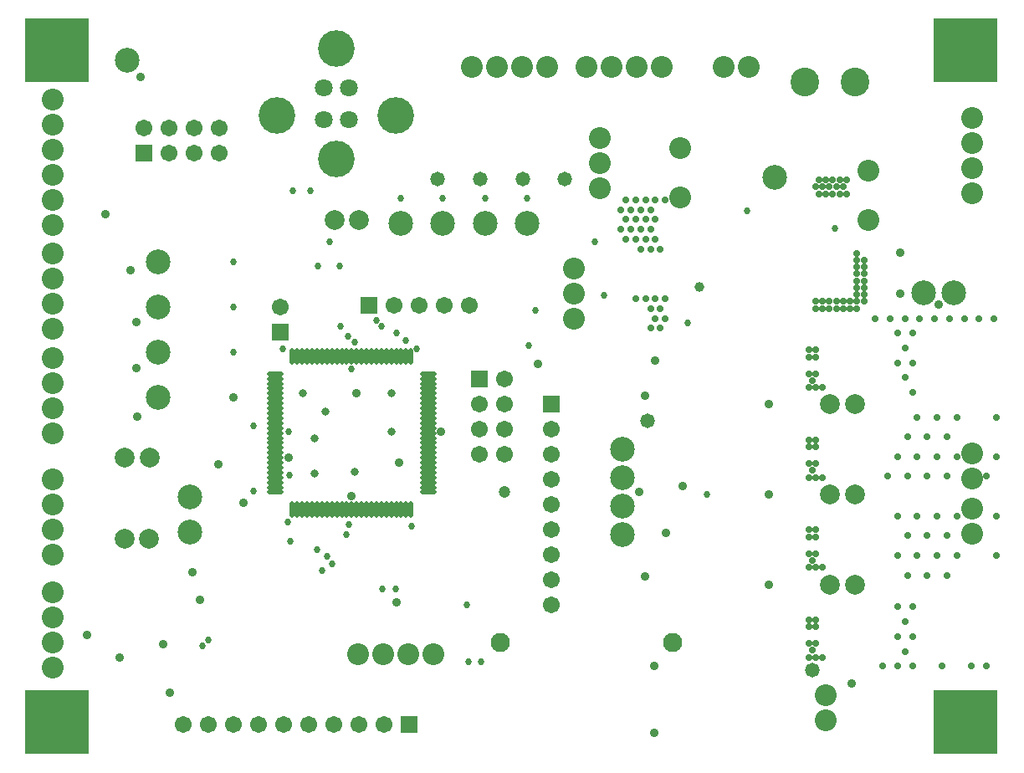
<source format=gts>
G04*
G04 #@! TF.GenerationSoftware,Altium Limited,Altium Designer,22.8.2 (66)*
G04*
G04 Layer_Color=8388736*
%FSLAX44Y44*%
%MOMM*%
G71*
G04*
G04 #@! TF.SameCoordinates,5F540E87-1B0C-4F24-9FDC-59AD78F45D3A*
G04*
G04*
G04 #@! TF.FilePolarity,Negative*
G04*
G01*
G75*
%ADD18O,0.5032X1.6532*%
%ADD19O,1.6532X0.5032*%
%ADD20C,2.5032*%
%ADD21C,2.2032*%
%ADD22C,2.0032*%
%ADD23R,1.7032X1.7032*%
%ADD24C,1.7032*%
%ADD25R,1.7032X1.7032*%
%ADD26C,1.9532*%
%ADD27C,2.9032*%
%ADD28C,3.7032*%
%ADD29C,1.8032*%
%ADD30R,6.5532X6.5532*%
%ADD31C,0.7032*%
%ADD32C,0.9032*%
%ADD33C,0.8032*%
%ADD34C,1.2032*%
%ADD35C,0.6932*%
%ADD36C,1.0032*%
%ADD37C,1.4732*%
D18*
X782560Y646650D02*
D03*
X777560D02*
D03*
X767560D02*
D03*
X772560D02*
D03*
X762560D02*
D03*
X802560D02*
D03*
X807560D02*
D03*
X812560D02*
D03*
X857560D02*
D03*
X852560D02*
D03*
X847560D02*
D03*
X842560D02*
D03*
X837560D02*
D03*
X832560D02*
D03*
X827560D02*
D03*
X822560D02*
D03*
X817560D02*
D03*
X797560D02*
D03*
X792560D02*
D03*
X787560D02*
D03*
X757560D02*
D03*
X752560D02*
D03*
X747560D02*
D03*
X742560D02*
D03*
X737560D02*
D03*
Y801150D02*
D03*
X742560D02*
D03*
X747560D02*
D03*
X752560D02*
D03*
X757560D02*
D03*
X762560D02*
D03*
X767560D02*
D03*
X772560D02*
D03*
X777560D02*
D03*
X782560D02*
D03*
X787560D02*
D03*
X792560D02*
D03*
X797560D02*
D03*
X802560D02*
D03*
X807560D02*
D03*
X812560D02*
D03*
X817560D02*
D03*
X822560D02*
D03*
X827560D02*
D03*
X832560D02*
D03*
X837560D02*
D03*
X842560D02*
D03*
X847560D02*
D03*
X852560D02*
D03*
X857560D02*
D03*
D19*
X720310Y663900D02*
D03*
Y668900D02*
D03*
Y673900D02*
D03*
Y678900D02*
D03*
Y683900D02*
D03*
Y688900D02*
D03*
Y693900D02*
D03*
Y698900D02*
D03*
Y703900D02*
D03*
Y708900D02*
D03*
Y713900D02*
D03*
Y718900D02*
D03*
Y723900D02*
D03*
Y728900D02*
D03*
Y733900D02*
D03*
Y738900D02*
D03*
Y743900D02*
D03*
Y748900D02*
D03*
Y753900D02*
D03*
Y758900D02*
D03*
Y763900D02*
D03*
Y768900D02*
D03*
Y773900D02*
D03*
Y778900D02*
D03*
Y783900D02*
D03*
X874810D02*
D03*
Y778900D02*
D03*
Y773900D02*
D03*
Y768900D02*
D03*
Y763900D02*
D03*
Y758900D02*
D03*
Y753900D02*
D03*
Y748900D02*
D03*
Y743900D02*
D03*
Y738900D02*
D03*
Y733900D02*
D03*
Y728900D02*
D03*
Y723900D02*
D03*
Y718900D02*
D03*
Y713900D02*
D03*
Y708900D02*
D03*
Y703900D02*
D03*
Y698900D02*
D03*
Y693900D02*
D03*
Y688900D02*
D03*
Y683900D02*
D03*
Y678900D02*
D03*
Y673900D02*
D03*
Y668900D02*
D03*
Y663900D02*
D03*
D20*
X601980Y759940D02*
D03*
X847090Y935910D02*
D03*
X975360D02*
D03*
X932603D02*
D03*
X889847D02*
D03*
X570230Y1101090D02*
D03*
X1225360Y982990D02*
D03*
X1407160Y866140D02*
D03*
X1376680D02*
D03*
X1071800Y707390D02*
D03*
Y621030D02*
D03*
Y649817D02*
D03*
Y678603D02*
D03*
X633730Y659130D02*
D03*
Y623570D02*
D03*
X601980Y897100D02*
D03*
Y851380D02*
D03*
Y805660D02*
D03*
D21*
X1174120Y1094740D02*
D03*
X1199520D02*
D03*
X494670Y829400D02*
D03*
Y854800D02*
D03*
Y774790D02*
D03*
Y800190D02*
D03*
Y723990D02*
D03*
Y749390D02*
D03*
X1425702Y966724D02*
D03*
Y992124D02*
D03*
Y1017524D02*
D03*
Y1042924D02*
D03*
X1129919Y1012520D02*
D03*
Y962520D02*
D03*
X918850Y1094740D02*
D03*
X944250D02*
D03*
X969650D02*
D03*
X995050D02*
D03*
X1060450D02*
D03*
X1035050D02*
D03*
X1085850D02*
D03*
X1111250D02*
D03*
X1320800Y939330D02*
D03*
Y989330D02*
D03*
X1049020Y1022350D02*
D03*
Y996950D02*
D03*
Y971550D02*
D03*
X1022350Y890270D02*
D03*
Y864870D02*
D03*
Y839470D02*
D03*
X1277620Y458470D02*
D03*
Y433070D02*
D03*
X494670Y905600D02*
D03*
Y880200D02*
D03*
Y486500D02*
D03*
Y511900D02*
D03*
Y537300D02*
D03*
Y562700D02*
D03*
Y600800D02*
D03*
Y626200D02*
D03*
Y651600D02*
D03*
Y677000D02*
D03*
X879950Y500380D02*
D03*
X854550D02*
D03*
X829150D02*
D03*
X803750D02*
D03*
X1425580Y622390D02*
D03*
Y647790D02*
D03*
Y678270D02*
D03*
Y703670D02*
D03*
X494670Y934810D02*
D03*
Y1061810D02*
D03*
Y1036410D02*
D03*
Y1011010D02*
D03*
Y985610D02*
D03*
Y960210D02*
D03*
D22*
X567830Y698900D02*
D03*
X592830D02*
D03*
X592610Y617220D02*
D03*
X567610D02*
D03*
X1306830Y661670D02*
D03*
X1281830D02*
D03*
X1306830Y570230D02*
D03*
X1281830D02*
D03*
X1306830Y753111D02*
D03*
X1281830D02*
D03*
X779980Y939800D02*
D03*
X804980D02*
D03*
D23*
X999490Y753110D02*
D03*
X927100Y778510D02*
D03*
X725170Y826382D02*
D03*
D24*
X999490Y702310D02*
D03*
Y676910D02*
D03*
Y651510D02*
D03*
Y626110D02*
D03*
Y600710D02*
D03*
Y575310D02*
D03*
Y549910D02*
D03*
Y727710D02*
D03*
X587380Y1032600D02*
D03*
X612780Y1007200D02*
D03*
Y1032600D02*
D03*
X638180Y1007200D02*
D03*
Y1032600D02*
D03*
X663580Y1007200D02*
D03*
Y1032600D02*
D03*
X952500Y778510D02*
D03*
X927100Y753110D02*
D03*
X952500D02*
D03*
X927100Y727710D02*
D03*
X952500D02*
D03*
X927100Y702310D02*
D03*
X952500D02*
D03*
X840740Y853440D02*
D03*
X866140D02*
D03*
X891540D02*
D03*
X916940D02*
D03*
X725170Y851782D02*
D03*
X805180Y429260D02*
D03*
X627380D02*
D03*
X652780D02*
D03*
X678180D02*
D03*
X703580D02*
D03*
X728980D02*
D03*
X754380D02*
D03*
X779780D02*
D03*
X830580D02*
D03*
D25*
X587380Y1007200D02*
D03*
X815340Y853440D02*
D03*
X855980Y429260D02*
D03*
D26*
X947550Y511837D02*
D03*
X1122550D02*
D03*
D27*
X1256030Y1079240D02*
D03*
X1306830D02*
D03*
D28*
X782120Y1001450D02*
D03*
Y1113350D02*
D03*
X842270Y1045550D02*
D03*
X721970D02*
D03*
D29*
X794620Y1073150D02*
D03*
X769620D02*
D03*
Y1040950D02*
D03*
X794620D02*
D03*
D30*
X1419110Y431250D02*
D03*
Y1111250D02*
D03*
X499110Y431250D02*
D03*
Y1111250D02*
D03*
D31*
X1115001Y960001D02*
D03*
X1110001Y910001D02*
D03*
X1115001Y860001D02*
D03*
X1110001Y850001D02*
D03*
X1115001Y840001D02*
D03*
X1110001Y830000D02*
D03*
X1105001Y960001D02*
D03*
X1100001Y950001D02*
D03*
X1105001Y940001D02*
D03*
X1100001Y930001D02*
D03*
X1105001Y920001D02*
D03*
X1100001Y910001D02*
D03*
X1105001Y860001D02*
D03*
X1100001Y850001D02*
D03*
X1105001Y840001D02*
D03*
X1100001Y830000D02*
D03*
X1095001Y960001D02*
D03*
X1090001Y950001D02*
D03*
X1095001Y940001D02*
D03*
X1090001Y930001D02*
D03*
X1095001Y920001D02*
D03*
X1090001Y910001D02*
D03*
X1095001Y860001D02*
D03*
X1085001Y960001D02*
D03*
X1080001Y950001D02*
D03*
X1085001Y940001D02*
D03*
X1080001Y930001D02*
D03*
X1085001Y920001D02*
D03*
Y860001D02*
D03*
X1075001Y960001D02*
D03*
X1070001Y950001D02*
D03*
X1075001Y940001D02*
D03*
X1070001Y930001D02*
D03*
X1075001Y920001D02*
D03*
X1298502Y980002D02*
D03*
X1295002Y973002D02*
D03*
X1298502Y966002D02*
D03*
X1291502Y980002D02*
D03*
X1288002Y973002D02*
D03*
X1291502Y966002D02*
D03*
X1284502Y980002D02*
D03*
X1281002Y973002D02*
D03*
X1284502Y966002D02*
D03*
X1277502Y980002D02*
D03*
X1274002Y973002D02*
D03*
X1277502Y966002D02*
D03*
X1270502Y980002D02*
D03*
X1267002Y973002D02*
D03*
X1270502Y966002D02*
D03*
X1274002Y497001D02*
D03*
X1267002Y511001D02*
D03*
Y497001D02*
D03*
X1260002Y511001D02*
D03*
X1263502Y504001D02*
D03*
X1260002Y497001D02*
D03*
X1274002Y588001D02*
D03*
X1267002Y602001D02*
D03*
Y588001D02*
D03*
X1260002Y602001D02*
D03*
X1263502Y595001D02*
D03*
X1260002Y588001D02*
D03*
X1274002Y679001D02*
D03*
X1267002Y693001D02*
D03*
Y679001D02*
D03*
X1260002Y693001D02*
D03*
X1263502Y686001D02*
D03*
X1260002Y679001D02*
D03*
X1274002Y770001D02*
D03*
X1267002Y784001D02*
D03*
Y770001D02*
D03*
X1260002Y784001D02*
D03*
X1263502Y777001D02*
D03*
X1260002Y770001D02*
D03*
X1316002Y899001D02*
D03*
Y892001D02*
D03*
Y885001D02*
D03*
Y878001D02*
D03*
Y871001D02*
D03*
Y864001D02*
D03*
Y857001D02*
D03*
X1309002Y906002D02*
D03*
Y899001D02*
D03*
Y892001D02*
D03*
Y885001D02*
D03*
Y878001D02*
D03*
Y871001D02*
D03*
Y864001D02*
D03*
Y857001D02*
D03*
Y850001D02*
D03*
X1302002Y857001D02*
D03*
Y850001D02*
D03*
X1295002Y857001D02*
D03*
Y850001D02*
D03*
X1288002Y857001D02*
D03*
Y850001D02*
D03*
X1281002Y857001D02*
D03*
Y850001D02*
D03*
X1274002Y857001D02*
D03*
Y850001D02*
D03*
X1267002Y857001D02*
D03*
Y850001D02*
D03*
Y808001D02*
D03*
Y801001D02*
D03*
Y717001D02*
D03*
Y710001D02*
D03*
Y626001D02*
D03*
Y619001D02*
D03*
Y535001D02*
D03*
Y528001D02*
D03*
X1260002Y808001D02*
D03*
Y801001D02*
D03*
Y717001D02*
D03*
Y710001D02*
D03*
Y626001D02*
D03*
Y619001D02*
D03*
Y535001D02*
D03*
Y528001D02*
D03*
X1440000Y488000D02*
D03*
X1425000D02*
D03*
X1395000D02*
D03*
X1365000Y548000D02*
D03*
Y518000D02*
D03*
Y488000D02*
D03*
X1350000Y548000D02*
D03*
X1357500Y533000D02*
D03*
X1350000Y518000D02*
D03*
X1357500Y503000D02*
D03*
X1350000Y488000D02*
D03*
X1335000D02*
D03*
X1450001Y640000D02*
D03*
Y600000D02*
D03*
X1410001Y640000D02*
D03*
X1400001Y620000D02*
D03*
X1410001Y600000D02*
D03*
X1400001Y580000D02*
D03*
X1390001Y640000D02*
D03*
X1380001Y620000D02*
D03*
X1390001Y600000D02*
D03*
X1380001Y580000D02*
D03*
X1370001Y640000D02*
D03*
X1360001Y620000D02*
D03*
X1370001Y600000D02*
D03*
X1360001Y580000D02*
D03*
X1350001Y640000D02*
D03*
Y600000D02*
D03*
X1450001Y740000D02*
D03*
Y700000D02*
D03*
X1440001Y680000D02*
D03*
X1410001Y740000D02*
D03*
X1400001Y720000D02*
D03*
X1410001Y700000D02*
D03*
X1400001Y680000D02*
D03*
X1390001Y740000D02*
D03*
X1380001Y720000D02*
D03*
X1390001Y700000D02*
D03*
X1380001Y680000D02*
D03*
X1370001Y740000D02*
D03*
X1360001Y720000D02*
D03*
X1370001Y700000D02*
D03*
X1360001Y680000D02*
D03*
X1350001Y700000D02*
D03*
X1340001Y680000D02*
D03*
X1447500Y840000D02*
D03*
X1432500D02*
D03*
X1417500D02*
D03*
X1402500D02*
D03*
X1387500D02*
D03*
X1372500D02*
D03*
X1365000Y825000D02*
D03*
Y795000D02*
D03*
Y765000D02*
D03*
X1357500Y840000D02*
D03*
X1350000Y825000D02*
D03*
X1357500Y810000D02*
D03*
X1350000Y795000D02*
D03*
X1357500Y780000D02*
D03*
X1342500Y840000D02*
D03*
X1327500D02*
D03*
D32*
X584190Y1084590D02*
D03*
X842645Y552900D02*
D03*
X1391920Y853642D02*
D03*
X1352910Y865119D02*
D03*
Y906779D02*
D03*
X797560Y660400D02*
D03*
X734060Y698900D02*
D03*
X887970Y724918D02*
D03*
X802005Y764390D02*
D03*
X845820Y693900D02*
D03*
X985929Y794110D02*
D03*
X1303580Y470309D02*
D03*
X1219609Y753111D02*
D03*
Y661670D02*
D03*
Y570230D02*
D03*
X548560Y945741D02*
D03*
X573560Y889100D02*
D03*
X579480Y835850D02*
D03*
Y789820D02*
D03*
X580121Y740940D02*
D03*
X662560Y692320D02*
D03*
X688020Y653571D02*
D03*
X613819Y461310D02*
D03*
X529740Y519430D02*
D03*
X636529Y582930D02*
D03*
X643631Y555410D02*
D03*
X606780Y510630D02*
D03*
X562730Y496691D02*
D03*
X1104039Y487980D02*
D03*
Y420099D02*
D03*
X1088300Y664210D02*
D03*
X1132840Y670560D02*
D03*
X1115970Y622700D02*
D03*
X1094300Y578606D02*
D03*
Y761486D02*
D03*
X1104900Y797560D02*
D03*
X678180Y759940D02*
D03*
D33*
X837560Y764390D02*
D03*
X747880D02*
D03*
X770945Y745863D02*
D03*
X837560Y724918D02*
D03*
X800735Y684680D02*
D03*
X759610Y718185D02*
D03*
Y682625D02*
D03*
D34*
X952500Y664210D02*
D03*
D35*
X1137780Y835510D02*
D03*
X1043650Y917090D02*
D03*
X983690Y848360D02*
D03*
X975360Y961590D02*
D03*
X932603D02*
D03*
X847090D02*
D03*
X889847D02*
D03*
X774915Y917090D02*
D03*
X797560Y788670D02*
D03*
X785980Y832130D02*
D03*
X1286510Y931279D02*
D03*
X1052830Y862960D02*
D03*
X976630Y812800D02*
D03*
X735330Y614680D02*
D03*
X755650Y969010D02*
D03*
X737870D02*
D03*
X1197610Y948420D02*
D03*
X762560Y605924D02*
D03*
X772560Y598924D02*
D03*
X777560Y591924D02*
D03*
X767560Y584924D02*
D03*
X734957Y681370D02*
D03*
X734060Y725170D02*
D03*
X727560Y808990D02*
D03*
X793473Y821600D02*
D03*
X800250Y815646D02*
D03*
X863600Y808990D02*
D03*
X858560Y629920D02*
D03*
X795020Y631190D02*
D03*
X792560Y621030D02*
D03*
X732790Y633730D02*
D03*
X698500Y665480D02*
D03*
Y731520D02*
D03*
X678180Y851380D02*
D03*
X842010Y566420D02*
D03*
X828280D02*
D03*
X1156970Y661670D02*
D03*
X763700Y892810D02*
D03*
X785700D02*
D03*
X914400Y550060D02*
D03*
X928280Y492850D02*
D03*
X915520D02*
D03*
X652780Y514350D02*
D03*
X646430Y508638D02*
D03*
X678180Y897100D02*
D03*
Y805660D02*
D03*
X822560Y837800D02*
D03*
X827560Y831850D02*
D03*
X842560Y825500D02*
D03*
X852560Y817880D02*
D03*
D36*
X1149350Y872147D02*
D03*
D37*
X1013460Y980590D02*
D03*
X884288D02*
D03*
X970551D02*
D03*
X927930D02*
D03*
X1263650Y483870D02*
D03*
X1097280Y736086D02*
D03*
M02*

</source>
